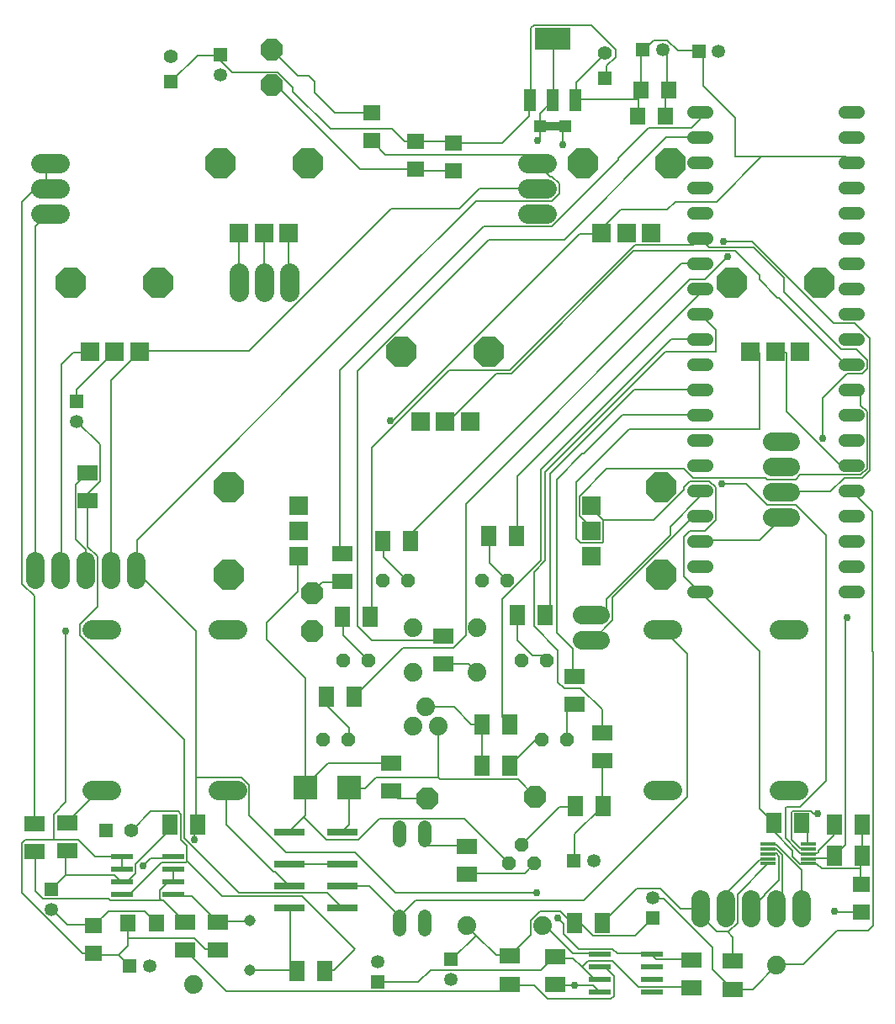
<source format=gbr>
G04 EAGLE Gerber X2 export*
%TF.Part,Single*%
%TF.FileFunction,Copper,L1,Top,Mixed*%
%TF.FilePolarity,Positive*%
%TF.GenerationSoftware,Autodesk,EAGLE,9.2.2*%
%TF.CreationDate,2019-06-08T20:53:07Z*%
G75*
%MOMM*%
%FSLAX34Y34*%
%LPD*%
%INTop Copper*%
%AMOC8*
5,1,8,0,0,1.08239X$1,22.5*%
G01*
%ADD10P,2.336880X8X202.500000*%
%ADD11R,1.350000X1.350000*%
%ADD12C,1.350000*%
%ADD13R,1.800000X1.600000*%
%ADD14R,1.600000X1.800000*%
%ADD15R,2.400000X2.400000*%
%ADD16C,1.408000*%
%ADD17R,1.408000X1.408000*%
%ADD18C,1.950000*%
%ADD19R,3.100000X0.800000*%
%ADD20P,2.336880X8X22.500000*%
%ADD21R,2.000000X1.600000*%
%ADD22R,1.600000X2.000000*%
%ADD23C,1.308000*%
%ADD24R,1.879600X1.879600*%
%ADD25P,3.247170X8X292.500000*%
%ADD26P,3.247170X8X22.500000*%
%ADD27P,3.247170X8X202.500000*%
%ADD28R,1.524000X0.330200*%
%ADD29R,1.270000X1.270000*%
%ADD30C,0.812800*%
%ADD31R,1.219200X2.235200*%
%ADD32R,3.600000X2.200000*%
%ADD33P,1.429621X8X202.500000*%
%ADD34C,1.879600*%
%ADD35C,1.955800*%
%ADD36C,1.879600*%
%ADD37R,2.200000X0.600000*%
%ADD38C,1.143000*%
%ADD39C,1.320800*%
%ADD40P,1.429621X8X22.500000*%
%ADD41C,0.152400*%
%ADD42C,0.756400*%
%ADD43C,0.203200*%


D10*
X267672Y964694D03*
X267672Y928475D03*
D11*
X697770Y962330D03*
D12*
X717770Y962330D03*
D13*
X412595Y872038D03*
X412595Y844038D03*
X450737Y870599D03*
X450737Y842599D03*
D14*
X636299Y897536D03*
X664299Y897536D03*
X639425Y923765D03*
X667425Y923765D03*
D11*
X641639Y964091D03*
D12*
X661639Y964091D03*
D11*
X216194Y959020D03*
D12*
X216194Y939020D03*
D13*
X861632Y96183D03*
X861632Y124183D03*
D15*
X302066Y221866D03*
X346066Y221866D03*
D16*
X603556Y960896D03*
D17*
X603556Y935496D03*
D16*
X166692Y957507D03*
D17*
X166692Y932107D03*
D18*
X106250Y218850D02*
X86750Y218850D01*
X86750Y381150D02*
X106250Y381150D01*
X213750Y218850D02*
X233250Y218850D01*
X233250Y381150D02*
X213750Y381150D01*
D19*
X285941Y176872D03*
X285941Y144872D03*
X285941Y122872D03*
X285941Y100872D03*
X338941Y176872D03*
X338941Y144872D03*
X338941Y122872D03*
X338941Y100872D03*
D10*
X308500Y379478D03*
D20*
X308500Y417580D03*
D18*
X778750Y381150D02*
X798250Y381150D01*
X798250Y218850D02*
X778750Y218850D01*
X671250Y381150D02*
X651750Y381150D01*
X651750Y218850D02*
X671250Y218850D01*
D21*
X440330Y346012D03*
X440330Y374012D03*
X572942Y333354D03*
X572942Y305354D03*
D22*
X543071Y395345D03*
X515071Y395345D03*
X514224Y474884D03*
X486224Y474884D03*
X408047Y470244D03*
X380047Y470244D03*
D21*
X387866Y218297D03*
X387866Y246297D03*
D22*
X507599Y243633D03*
X479599Y243633D03*
X479612Y285242D03*
X507612Y285242D03*
D21*
X600558Y248449D03*
X600558Y276449D03*
X339206Y429029D03*
X339206Y457029D03*
X82949Y510767D03*
X82949Y538767D03*
D22*
X862692Y184359D03*
X834692Y184359D03*
X862517Y153087D03*
X834517Y153087D03*
X773725Y186046D03*
X801725Y186046D03*
D13*
X368642Y900618D03*
X368642Y872618D03*
D23*
X692260Y901700D02*
X705340Y901700D01*
X705340Y876300D02*
X692260Y876300D01*
X692260Y850900D02*
X705340Y850900D01*
X705340Y825500D02*
X692260Y825500D01*
X692260Y800100D02*
X705340Y800100D01*
X705340Y774700D02*
X692260Y774700D01*
X692260Y749300D02*
X705340Y749300D01*
X705340Y723900D02*
X692260Y723900D01*
X692260Y698500D02*
X705340Y698500D01*
X705340Y673100D02*
X692260Y673100D01*
X692260Y647700D02*
X705340Y647700D01*
X705340Y622300D02*
X692260Y622300D01*
X692260Y596900D02*
X705340Y596900D01*
X705340Y571500D02*
X692260Y571500D01*
X692260Y546100D02*
X705340Y546100D01*
X705340Y520700D02*
X692260Y520700D01*
X692260Y495300D02*
X705340Y495300D01*
X705340Y469900D02*
X692260Y469900D01*
X692260Y444500D02*
X705340Y444500D01*
X705340Y419100D02*
X692260Y419100D01*
X844660Y901700D02*
X857740Y901700D01*
X857740Y876300D02*
X844660Y876300D01*
X844660Y850900D02*
X857740Y850900D01*
X857740Y825500D02*
X844660Y825500D01*
X844660Y800100D02*
X857740Y800100D01*
X857740Y774700D02*
X844660Y774700D01*
X844660Y749300D02*
X857740Y749300D01*
X857740Y723900D02*
X844660Y723900D01*
X844660Y698500D02*
X857740Y698500D01*
X857740Y673100D02*
X844660Y673100D01*
X844660Y647700D02*
X857740Y647700D01*
X857740Y622300D02*
X844660Y622300D01*
X844660Y596900D02*
X857740Y596900D01*
X857740Y571500D02*
X844660Y571500D01*
X844660Y546100D02*
X857740Y546100D01*
X857740Y520700D02*
X844660Y520700D01*
X844660Y495300D02*
X857740Y495300D01*
X857740Y469900D02*
X844660Y469900D01*
X844660Y444500D02*
X857740Y444500D01*
X857740Y419100D02*
X844660Y419100D01*
D24*
X750000Y660000D03*
X775000Y660000D03*
X800000Y660000D03*
D25*
X731000Y730000D03*
X819000Y730000D03*
D24*
X295000Y455000D03*
X295000Y480000D03*
X295000Y505000D03*
D26*
X225000Y436000D03*
X225000Y524000D03*
D24*
X600000Y780000D03*
X625000Y780000D03*
X650000Y780000D03*
D25*
X581000Y850000D03*
X669000Y850000D03*
D24*
X590000Y505000D03*
X590000Y480000D03*
X590000Y455000D03*
D27*
X660000Y524000D03*
X660000Y436000D03*
D24*
X417500Y590000D03*
X442500Y590000D03*
X467500Y590000D03*
D25*
X398500Y660000D03*
X486500Y660000D03*
D28*
X808423Y145206D03*
X808423Y150032D03*
X808423Y155112D03*
X808423Y160192D03*
X808423Y165018D03*
X767783Y165018D03*
X767783Y160192D03*
X767783Y155112D03*
X767783Y150032D03*
X767783Y145206D03*
D24*
X85000Y660000D03*
X110000Y660000D03*
X135000Y660000D03*
D25*
X66000Y730000D03*
X154000Y730000D03*
D29*
X537690Y887107D03*
X563090Y887107D03*
D30*
X537690Y887107D01*
D31*
X527613Y913320D03*
X550727Y913320D03*
X573841Y913320D03*
D32*
X550727Y975298D03*
D33*
X405200Y430000D03*
X379800Y430000D03*
X505200Y430000D03*
X479800Y430000D03*
X545200Y350000D03*
X519800Y350000D03*
X565200Y270000D03*
X539800Y270000D03*
D22*
X367462Y393482D03*
X339462Y393482D03*
X350787Y313218D03*
X322787Y313218D03*
D33*
X365200Y350000D03*
X339800Y350000D03*
X345200Y270000D03*
X319800Y270000D03*
D34*
X30000Y430602D02*
X30000Y449398D01*
X55400Y449398D02*
X55400Y430602D01*
X80800Y430602D02*
X80800Y449398D01*
X106200Y449398D02*
X106200Y430602D01*
X131600Y430602D02*
X131600Y449398D01*
D35*
X54887Y799030D02*
X35329Y799030D01*
X35329Y824430D02*
X54887Y824430D01*
X54887Y849830D02*
X35329Y849830D01*
X525329Y799030D02*
X544887Y799030D01*
X544887Y824430D02*
X525329Y824430D01*
X525329Y849830D02*
X544887Y849830D01*
X285908Y739891D02*
X285908Y720333D01*
X260508Y720333D02*
X260508Y739891D01*
X235108Y739891D02*
X235108Y720333D01*
D24*
X235000Y780000D03*
X260000Y780000D03*
X285000Y780000D03*
D25*
X216000Y850000D03*
X304000Y850000D03*
D36*
X475012Y382606D03*
X409988Y382606D03*
X475012Y337394D03*
X409988Y337394D03*
D22*
X193342Y184719D03*
X165342Y184719D03*
D21*
X62093Y185973D03*
X62093Y157973D03*
D11*
X46555Y119279D03*
D12*
X46555Y99279D03*
D16*
X126508Y178437D03*
D17*
X101108Y178437D03*
D11*
X125012Y42305D03*
D12*
X145012Y42305D03*
D13*
X88787Y54753D03*
X88787Y82753D03*
D14*
X123599Y85679D03*
X151599Y85679D03*
D37*
X116899Y139581D03*
X168899Y139581D03*
X116899Y152281D03*
X116899Y126881D03*
X116899Y114181D03*
X168899Y152281D03*
X168899Y126881D03*
X168899Y114181D03*
D38*
X245740Y37760D03*
X245740Y87760D03*
D21*
X213937Y86198D03*
X213937Y58198D03*
D22*
X293606Y36948D03*
X321606Y36948D03*
D11*
X651721Y90841D03*
D12*
X651721Y110841D03*
D22*
X600728Y85077D03*
X572728Y85077D03*
D21*
X180608Y58405D03*
X180608Y86405D03*
X29055Y185092D03*
X29055Y157092D03*
D34*
X700000Y109398D02*
X700000Y90602D01*
X725400Y90602D02*
X725400Y109398D01*
X750800Y109398D02*
X750800Y90602D01*
X776200Y90602D02*
X776200Y109398D01*
X801600Y109398D02*
X801600Y90602D01*
D20*
X424723Y211066D03*
X533127Y212693D03*
D36*
X410439Y283600D03*
X423139Y302650D03*
X435839Y283600D03*
D11*
X71819Y610452D03*
D12*
X71819Y590452D03*
D34*
X580602Y370000D02*
X599398Y370000D01*
X599398Y395400D02*
X580602Y395400D01*
X771413Y569697D02*
X790209Y569697D01*
X790209Y544297D02*
X771413Y544297D01*
X771413Y518897D02*
X790209Y518897D01*
X790209Y493497D02*
X771413Y493497D01*
D36*
X540898Y82827D03*
X464698Y82827D03*
X189670Y23816D03*
X776054Y42886D03*
D37*
X598542Y41123D03*
X650542Y41123D03*
X598542Y53823D03*
X598542Y28423D03*
X598542Y15723D03*
X650542Y53823D03*
X650542Y28423D03*
X650542Y15723D03*
D21*
X507701Y52015D03*
X507701Y24015D03*
X553287Y23315D03*
X553287Y51315D03*
X690208Y47832D03*
X690208Y19832D03*
X732300Y18962D03*
X732300Y46962D03*
D11*
X448144Y48737D03*
D12*
X448144Y28737D03*
D11*
X374718Y26105D03*
D12*
X374718Y46105D03*
D39*
X422061Y168381D02*
X422061Y181589D01*
X396661Y181589D02*
X396661Y168381D01*
X396661Y92181D02*
X396661Y78973D01*
X422061Y78973D02*
X422061Y92181D01*
D40*
X532371Y145545D03*
X519671Y164595D03*
X506971Y145545D03*
D22*
X573389Y203460D03*
X601389Y203460D03*
D21*
X464479Y162877D03*
X464479Y134877D03*
D11*
X572310Y148233D03*
D12*
X592310Y148233D03*
D41*
X167640Y150876D02*
X146304Y150876D01*
X138684Y143256D01*
X167640Y150876D02*
X168899Y152281D01*
X192024Y231648D02*
X192024Y379476D01*
X192024Y231648D02*
X192024Y185928D01*
X192024Y379476D02*
X132588Y438912D01*
X192024Y185928D02*
X193342Y184719D01*
X132588Y438912D02*
X131600Y440000D01*
X190500Y182880D02*
X190500Y169164D01*
X190500Y182880D02*
X192024Y184404D01*
X193342Y184719D01*
D42*
X138684Y143256D03*
X190500Y169164D03*
D41*
X131600Y440000D02*
X132588Y440988D01*
X368642Y872618D02*
X368531Y872730D01*
X351904Y156257D02*
X282655Y156257D01*
X245364Y193548D01*
X245364Y224028D01*
X237744Y231648D01*
X192024Y231648D01*
X690201Y50292D02*
X690208Y47832D01*
X688848Y48768D02*
X655320Y48768D01*
X650748Y53340D01*
X688848Y48768D02*
X690208Y47832D01*
X650748Y53340D02*
X650542Y53823D01*
X534924Y115824D02*
X534924Y115824D01*
X392337Y115824D01*
X351904Y156257D01*
D42*
X555640Y90742D03*
X534924Y115824D03*
D43*
X549990Y812111D02*
X557206Y819327D01*
X557206Y829533D01*
X549990Y836749D01*
X473783Y812111D02*
X381000Y719328D01*
X473783Y812111D02*
X549990Y812111D01*
X549990Y836749D02*
X548189Y836749D01*
X535108Y849830D01*
D41*
X381000Y719328D02*
X132588Y470916D01*
X132588Y440988D01*
D43*
X382663Y858597D02*
X368642Y872618D01*
X526341Y858597D02*
X535108Y849830D01*
X526341Y858597D02*
X382663Y858597D01*
X555640Y90742D02*
X562188Y84194D01*
X562188Y74025D01*
X576850Y59363D01*
D41*
X615696Y54864D02*
X649501Y54864D01*
X650542Y53823D01*
D43*
X615696Y54864D02*
X611197Y59363D01*
X576850Y59363D01*
D41*
X699516Y470916D02*
X758952Y470916D01*
X780288Y492252D01*
X699516Y470916D02*
X698800Y469900D01*
X780288Y492252D02*
X780811Y493497D01*
X538560Y450168D02*
X499872Y411480D01*
X670223Y673100D02*
X698800Y673100D01*
X538560Y541436D02*
X538560Y450168D01*
X538560Y541436D02*
X670223Y673100D01*
X499872Y411480D02*
X499872Y292982D01*
X507612Y285242D01*
X556074Y359850D02*
X531876Y384048D01*
X531876Y438912D01*
X543113Y450149D01*
X543113Y539058D01*
X663998Y659943D01*
X714756Y659943D01*
X556074Y335280D02*
X556074Y335161D01*
X556074Y335280D02*
X556074Y359850D01*
X714756Y659943D02*
X714756Y682544D01*
X698800Y698500D01*
X600456Y300228D02*
X600456Y277368D01*
X600456Y300228D02*
X579120Y321564D01*
X562356Y321564D01*
X556260Y327660D01*
X556260Y335280D01*
X600456Y277368D02*
X600558Y276449D01*
X556260Y335280D02*
X556074Y335280D01*
X466344Y345948D02*
X440436Y345948D01*
X466344Y345948D02*
X473964Y338328D01*
X440436Y345948D02*
X440330Y346012D01*
X473964Y338328D02*
X475012Y337394D01*
X338328Y428244D02*
X318516Y428244D01*
X309372Y419100D01*
X338328Y428244D02*
X339206Y429029D01*
X309372Y419100D02*
X308500Y417580D01*
X286512Y38100D02*
X246888Y38100D01*
X286512Y38100D02*
X292608Y38100D01*
X293606Y36948D01*
X246888Y38100D02*
X245740Y37760D01*
X286512Y38100D02*
X286512Y100584D01*
X285941Y100872D01*
X286512Y38100D02*
X293606Y36948D01*
X234696Y115824D02*
X179832Y170688D01*
X179832Y269748D01*
X82949Y463773D02*
X82949Y510767D01*
X82949Y463773D02*
X92484Y454238D01*
X92484Y403906D01*
X74714Y386136D01*
X74714Y374866D01*
X179832Y269748D01*
X82949Y510767D02*
X82949Y517534D01*
X95235Y529820D01*
X95235Y567036D01*
X71819Y590452D01*
X234696Y115824D02*
X323989Y115824D01*
X338941Y100872D01*
X395097Y211066D02*
X424723Y211066D01*
X395097Y211066D02*
X387866Y218297D01*
X345948Y220980D02*
X345948Y184404D01*
X339852Y178308D01*
X345948Y220980D02*
X346066Y221866D01*
X339852Y178308D02*
X338941Y176872D01*
X363087Y221866D02*
X372849Y231628D01*
X435839Y231628D01*
X531403Y212693D02*
X533127Y212693D01*
X435839Y231628D02*
X435839Y283600D01*
D43*
X363087Y221866D02*
X362201Y220980D01*
X345948Y220980D01*
D41*
X435839Y231628D02*
X435884Y231628D01*
X437388Y230124D01*
X515696Y230124D01*
X533127Y212693D01*
X480060Y243840D02*
X480060Y284988D01*
X480060Y243840D02*
X479599Y243633D01*
X480060Y284988D02*
X479612Y285242D01*
X468818Y285242D01*
X451409Y302650D02*
X423139Y302650D01*
X451409Y302650D02*
X468818Y285242D01*
X284988Y123444D02*
X271272Y137160D01*
X269748Y137160D01*
X222504Y184404D01*
X222504Y217932D01*
X284988Y123444D02*
X285941Y122872D01*
X222504Y217932D02*
X223500Y218850D01*
X338941Y122872D02*
X339852Y121920D01*
D43*
X338941Y122872D02*
X365969Y122872D01*
X396661Y92181D01*
X413091Y108610D01*
X582419Y108610D02*
X686026Y212218D01*
X582419Y108610D02*
X413091Y108610D01*
X686026Y212218D02*
X686026Y356624D01*
X661500Y381150D01*
D41*
X330708Y38100D02*
X323088Y38100D01*
X330708Y38100D02*
X352044Y59436D01*
X323088Y38100D02*
X321606Y36948D01*
X413004Y842772D02*
X412595Y844038D01*
X449580Y842772D02*
X450737Y842599D01*
X88392Y83820D02*
X62484Y83820D01*
X47244Y99060D01*
X88392Y83820D02*
X88787Y82753D01*
X47244Y99060D02*
X46555Y99279D01*
X62484Y187452D02*
X94488Y219456D01*
X62484Y187452D02*
X62093Y185973D01*
X94488Y219456D02*
X96500Y218850D01*
X117348Y114300D02*
X124968Y114300D01*
X156972Y146304D01*
X181356Y146304D01*
X182880Y147828D01*
X182880Y163068D01*
X176784Y169164D01*
X176784Y195072D01*
X173736Y198120D01*
X146304Y198120D01*
X128016Y179832D01*
X117348Y114300D02*
X116899Y114181D01*
X126508Y178437D02*
X128016Y179832D01*
X298704Y112776D02*
X352044Y59436D01*
X298704Y112776D02*
X217932Y112776D01*
X182880Y147828D01*
X835064Y96183D02*
X861632Y96183D01*
X835064Y96183D02*
X834215Y97033D01*
D42*
X834215Y97033D03*
D41*
X700000Y99577D02*
X700000Y92984D01*
X700000Y99577D02*
X700000Y100000D01*
X728032Y76710D02*
X737084Y85762D01*
X728032Y76710D02*
X726693Y76710D01*
X716274Y76710D01*
X700000Y92984D01*
X737084Y114507D02*
X767783Y145206D01*
X737084Y114507D02*
X737084Y85762D01*
X551688Y914400D02*
X551688Y973836D01*
X550727Y975298D01*
X537690Y887107D02*
X537690Y874406D01*
X535845Y872562D01*
D42*
X535845Y872562D03*
D41*
X537690Y900283D02*
X550727Y913320D01*
X537690Y900283D02*
X537690Y887107D01*
X537690Y886746D01*
X450909Y842772D02*
X450737Y842599D01*
X80800Y461611D02*
X80800Y440000D01*
X70663Y471748D02*
X70663Y526481D01*
X70663Y471748D02*
X80800Y461611D01*
X70663Y526481D02*
X82949Y538767D01*
D43*
X550727Y913320D02*
X551688Y914281D01*
X551688Y914400D01*
D41*
X573024Y22860D02*
X591312Y22860D01*
X573024Y22860D02*
X554736Y22860D01*
X591312Y22860D02*
X597408Y16764D01*
X554736Y22860D02*
X553287Y23315D01*
X597408Y16764D02*
X598542Y15723D01*
D42*
X573024Y22860D03*
D41*
X272437Y928475D02*
X267672Y928475D01*
X272437Y928475D02*
X356874Y844038D01*
X412595Y844038D01*
D43*
X413861Y842772D01*
X449580Y842772D01*
X732300Y71103D02*
X732300Y46962D01*
X732300Y71103D02*
X726693Y76710D01*
X700000Y99577D02*
X679469Y99577D01*
X658914Y120131D01*
X635783Y120131D01*
X600728Y85077D01*
D41*
X88849Y82753D02*
X88787Y82753D01*
X88849Y82753D02*
X103632Y97536D01*
X139742Y97536D01*
X151599Y85679D01*
X664464Y897636D02*
X664464Y922020D01*
X665988Y923544D01*
X664464Y897636D02*
X664299Y897536D01*
X665988Y923544D02*
X667425Y923765D01*
X665988Y925068D02*
X665988Y960120D01*
X662940Y963168D01*
X665988Y925068D02*
X667425Y923765D01*
X662940Y963168D02*
X661639Y964091D01*
X563090Y887107D02*
X560842Y884860D01*
X560842Y868664D01*
D42*
X560842Y868664D03*
D41*
X539800Y270000D02*
X533966Y270000D01*
X507599Y243633D01*
D42*
X817347Y195489D03*
D41*
X792778Y198332D02*
X791439Y196993D01*
X807534Y161081D02*
X808423Y160192D01*
X807534Y161081D02*
X799856Y161081D01*
X792778Y198332D02*
X810672Y198332D01*
X813515Y195489D01*
X817347Y195489D01*
X791439Y169498D02*
X799856Y161081D01*
X791439Y169498D02*
X791439Y196993D01*
X268224Y964692D02*
X267672Y964694D01*
D43*
X331748Y900618D02*
X368642Y900618D01*
X311516Y931966D02*
X305040Y938442D01*
X293924Y938442D02*
X267672Y964694D01*
X311516Y920850D02*
X331748Y900618D01*
X305040Y938442D02*
X293924Y938442D01*
X311516Y931966D02*
X311516Y920850D01*
D41*
X800100Y144780D02*
X807720Y144780D01*
X800100Y144780D02*
X792480Y152400D01*
X792480Y158496D01*
X774192Y176784D01*
X774192Y185928D01*
X807720Y144780D02*
X808423Y145206D01*
X774192Y185928D02*
X773725Y186046D01*
X809244Y144780D02*
X816864Y144780D01*
X809244Y144780D02*
X808423Y145206D01*
X758952Y582168D02*
X758952Y659892D01*
X750000Y660000D01*
X618967Y803148D02*
X600000Y784181D01*
X600000Y780000D01*
X618967Y803148D02*
X665988Y803148D01*
X674206Y811366D01*
X715862Y811366D01*
X760984Y856488D01*
X301752Y220980D02*
X301752Y193548D01*
X300228Y192024D02*
X286512Y178308D01*
X300228Y192024D02*
X301752Y193548D01*
X301752Y220980D02*
X302066Y221866D01*
X286512Y178308D02*
X285941Y176872D01*
X301752Y223215D02*
X301752Y331911D01*
X301752Y223215D02*
X301752Y222504D01*
X262952Y387920D02*
X294132Y419100D01*
X262952Y387920D02*
X262952Y370711D01*
X301752Y331911D01*
X301752Y222504D02*
X302066Y221866D01*
X577596Y778764D02*
X603504Y778764D01*
X600000Y780000D01*
X861060Y152400D02*
X861060Y140208D01*
X861060Y124192D01*
X861632Y124183D01*
X861060Y152400D02*
X862517Y153087D01*
X862584Y153924D02*
X862584Y182880D01*
X862692Y184359D01*
X862584Y153924D02*
X862517Y153087D01*
X861060Y140208D02*
X821436Y140208D01*
X816864Y144780D01*
X574548Y914400D02*
X574548Y931164D01*
X603504Y960120D01*
X603556Y960896D01*
X637032Y922020D02*
X637032Y914400D01*
X637032Y897636D01*
X637032Y922020D02*
X638556Y923544D01*
X637032Y897636D02*
X636299Y897536D01*
X638556Y923544D02*
X639425Y923765D01*
X676656Y963168D02*
X697678Y963168D01*
X676656Y963168D02*
X665988Y973836D01*
X652272Y973836D01*
X643128Y964692D01*
X697678Y963168D02*
X697770Y962330D01*
X643128Y964692D02*
X641639Y964091D01*
X640080Y961644D02*
X640080Y925068D01*
X640080Y961644D02*
X641604Y963168D01*
X640080Y925068D02*
X639425Y923765D01*
X641604Y963168D02*
X641639Y964091D01*
X637032Y914400D02*
X574548Y914400D01*
X573841Y913320D01*
X702564Y928116D02*
X702564Y962111D01*
X702564Y928116D02*
X734568Y896112D01*
X734568Y856488D01*
X702564Y962111D02*
X697770Y962330D01*
X734568Y856488D02*
X760984Y856488D01*
X387866Y246297D02*
X324833Y246297D01*
X301752Y223215D01*
X627888Y582168D02*
X758952Y582168D01*
X627888Y582168D02*
X574548Y528828D01*
X591312Y504444D02*
X591312Y501396D01*
X601980Y490728D01*
X601980Y469392D01*
X600456Y467868D01*
X579120Y467868D01*
X574548Y472440D01*
X574548Y528828D01*
X590000Y505000D02*
X591312Y504444D01*
X601980Y490728D02*
X652272Y490728D01*
X682752Y521208D01*
X682752Y524256D01*
X688848Y530352D01*
X708660Y530352D01*
X714756Y524256D01*
X714756Y490728D01*
X704088Y480060D01*
X688848Y480060D01*
X682752Y473964D01*
X682752Y434340D01*
X697992Y419100D01*
X294132Y419100D02*
X294132Y454152D01*
X295000Y455000D01*
X390144Y591312D02*
X577596Y778764D01*
X390144Y591312D02*
X387096Y591312D01*
D42*
X387096Y591312D03*
D41*
X845612Y856488D02*
X851200Y850900D01*
X845612Y856488D02*
X760984Y856488D01*
D43*
X698800Y419100D02*
X697992Y419100D01*
D41*
X376428Y190500D02*
X355092Y169164D01*
X323088Y169164D01*
X300228Y192024D01*
X376428Y190500D02*
X462016Y190500D01*
X506971Y145545D01*
X773725Y186046D02*
X773725Y186395D01*
X759149Y200971D01*
X759149Y358751D01*
X698800Y419100D01*
X767783Y165018D02*
X768209Y164592D01*
X801600Y138969D02*
X801600Y100000D01*
X775977Y164592D02*
X768209Y164592D01*
X775977Y164592D02*
X801600Y138969D01*
X781812Y153924D02*
X775716Y160020D01*
X776200Y108447D02*
X776200Y100000D01*
X776200Y108447D02*
X781812Y114059D01*
X781812Y153924D01*
X775716Y160020D02*
X767955Y160020D01*
X767783Y160192D01*
X768096Y155448D02*
X775716Y155448D01*
X778764Y152400D01*
X778764Y128486D01*
X767783Y155112D02*
X768096Y155448D01*
X778764Y128486D02*
X764516Y114238D01*
X764516Y113716D01*
X750800Y100000D01*
X724984Y100416D02*
X724984Y114911D01*
X724984Y100416D02*
X725400Y100000D01*
X767103Y149352D02*
X767783Y150032D01*
X767103Y149352D02*
X759425Y149352D01*
X724984Y114911D01*
X833628Y173736D02*
X833628Y182880D01*
X833628Y173736D02*
X818388Y158496D01*
X818388Y156972D01*
X816864Y155448D01*
X809244Y155448D01*
X833628Y182880D02*
X834692Y184359D01*
X809244Y155448D02*
X808423Y155112D01*
X808087Y155448D02*
X800100Y155448D01*
X808087Y155448D02*
X808423Y155112D01*
X745236Y527304D02*
X720852Y527304D01*
X745236Y527304D02*
X766572Y505968D01*
X795528Y505968D01*
X825707Y475789D01*
X825707Y228299D01*
X800100Y202692D01*
X786384Y202692D01*
D42*
X720852Y527304D03*
D43*
X786384Y202692D02*
X785401Y201709D01*
X796641Y158907D02*
X800100Y155448D01*
X796641Y158907D02*
X796641Y159315D01*
X785401Y170555D01*
X785401Y201709D01*
D41*
X809244Y150876D02*
X808423Y150032D01*
X809244Y150876D02*
X832104Y150876D01*
X833628Y152400D01*
X834517Y153087D02*
X845820Y164390D01*
D43*
X834517Y153087D02*
X833830Y152400D01*
X833628Y152400D01*
D41*
X845817Y392243D02*
X846743Y393169D01*
X845817Y392243D02*
X845817Y204585D01*
X845820Y204582D01*
X845820Y164390D01*
D42*
X846743Y393169D03*
D41*
X698800Y495300D02*
X693420Y495300D01*
X611124Y413004D01*
X611124Y390144D01*
X591312Y370332D01*
X590000Y370000D01*
X591312Y396240D02*
X605028Y396240D01*
X591312Y396240D02*
X590000Y395400D01*
X697992Y513588D02*
X697992Y519684D01*
X697992Y513588D02*
X669036Y484632D01*
X669036Y475488D01*
X605028Y411480D01*
X605028Y396240D01*
X697992Y519684D02*
X698800Y520700D01*
X605028Y396240D02*
X590000Y395400D01*
X786384Y600456D02*
X786384Y659892D01*
X775000Y660000D01*
X839724Y547116D02*
X861060Y547116D01*
X839724Y547116D02*
X786384Y600456D01*
X851200Y546100D02*
X861060Y547116D01*
X861060Y606552D02*
X861060Y623316D01*
X861060Y606552D02*
X867156Y600456D01*
X867156Y542544D01*
X861060Y536448D01*
X800100Y536448D01*
X795528Y531876D01*
X851200Y622300D02*
X861060Y623316D01*
X589788Y483108D02*
X589788Y480060D01*
X589788Y483108D02*
X577596Y495300D01*
X577596Y515112D01*
X605028Y542544D01*
X682752Y542544D01*
X691896Y533400D01*
X765048Y533400D01*
X766572Y531876D01*
X795528Y531876D01*
X590000Y480000D02*
X589788Y480060D01*
X777240Y714756D02*
X778764Y714756D01*
X777240Y714756D02*
X758952Y733044D01*
X758952Y737616D01*
X734568Y762000D01*
X632460Y762000D01*
X509016Y638556D01*
X845820Y647700D02*
X851200Y647700D01*
X845820Y647700D02*
X778764Y714756D01*
X446532Y591312D02*
X443484Y591312D01*
X446532Y591312D02*
X493776Y638556D01*
X509016Y638556D01*
X443484Y591312D02*
X442500Y590000D01*
X698800Y895322D02*
X698800Y901700D01*
X698800Y895322D02*
X699525Y894597D01*
X336804Y641604D02*
X336804Y460248D01*
X336804Y641604D02*
X481584Y786384D01*
X550164Y786384D01*
X617220Y853440D01*
X617220Y854964D01*
X647700Y885444D01*
X690372Y885444D01*
X699525Y894597D01*
X338328Y458724D02*
X338328Y457200D01*
X338328Y458724D02*
X336804Y460248D01*
X338328Y457200D02*
X339206Y457029D01*
X436650Y370332D02*
X440330Y374012D01*
X436650Y370332D02*
X368808Y370332D01*
X354717Y384423D01*
X354717Y641229D01*
X486615Y773127D02*
X562232Y773127D01*
X665406Y876300D02*
X698800Y876300D01*
X486615Y773127D02*
X354717Y641229D01*
X562232Y773127D02*
X665406Y876300D01*
X872541Y358851D02*
X873719Y357673D01*
X873719Y83131D01*
X868496Y77908D01*
X872541Y499359D02*
X851200Y520700D01*
X872541Y499359D02*
X872541Y358851D01*
X775716Y44196D02*
X776054Y42886D01*
X777240Y44196D02*
X803148Y44196D01*
X836676Y77724D01*
X777240Y44196D02*
X776787Y43695D01*
X776054Y42886D01*
D43*
X752054Y18962D02*
X732300Y18962D01*
X752054Y18962D02*
X776787Y43695D01*
X732300Y18962D02*
X712016Y39247D01*
X836676Y77724D02*
X868312Y77724D01*
X868496Y77908D01*
D41*
X662940Y109728D02*
X652834Y109728D01*
X651721Y110841D01*
D43*
X712016Y60653D02*
X712016Y39247D01*
X712016Y60653D02*
X662940Y109728D01*
D41*
X807720Y166116D02*
X807720Y181356D01*
X803148Y185928D01*
X807720Y166116D02*
X808423Y165018D01*
X803148Y185928D02*
X801725Y186046D01*
X338328Y144780D02*
X286512Y144780D01*
X285941Y144872D01*
X338328Y144780D02*
X338941Y144872D01*
X515112Y475488D02*
X515112Y534924D01*
X515112Y475488D02*
X514224Y474884D01*
X697992Y717804D02*
X697992Y723900D01*
X697992Y717804D02*
X515112Y534924D01*
X697992Y723900D02*
X698800Y723900D01*
X698800Y749300D02*
X680527Y749300D01*
X408047Y476821D01*
X408047Y470244D01*
X781812Y519684D02*
X830580Y519684D01*
X844296Y533400D01*
X862584Y533400D01*
X870204Y541020D01*
X870204Y673608D01*
X854964Y688848D01*
X833628Y688848D01*
X751332Y771144D01*
X722376Y771144D01*
X781812Y519684D02*
X780811Y518897D01*
D42*
X722376Y771144D03*
D41*
X381000Y469392D02*
X381000Y454152D01*
X403860Y431292D01*
X381000Y469392D02*
X380047Y470244D01*
X403860Y431292D02*
X405200Y430000D01*
X487680Y448056D02*
X487680Y473964D01*
X487680Y448056D02*
X504444Y431292D01*
X487680Y473964D02*
X486224Y474884D01*
X504444Y431292D02*
X505200Y430000D01*
X515112Y394716D02*
X515112Y370332D01*
X530626Y354818D01*
X515112Y394716D02*
X515071Y395345D01*
X540902Y354298D02*
X545200Y350000D01*
X540902Y354298D02*
X530626Y354818D01*
X565200Y307583D02*
X572942Y305354D01*
X565200Y307583D02*
X565200Y270000D01*
X507492Y641604D02*
X633984Y768096D01*
X446532Y641604D02*
X368808Y563880D01*
X446532Y641604D02*
X507492Y641604D01*
X368808Y563880D02*
X368808Y394828D01*
X367462Y393482D01*
X692196Y768096D02*
X698800Y774700D01*
X692196Y768096D02*
X633984Y768096D01*
X822960Y614172D02*
X822960Y573024D01*
X822960Y614172D02*
X847344Y638556D01*
X862584Y638556D01*
X867156Y643128D01*
X867156Y652272D01*
X856488Y662940D01*
X841248Y662940D01*
X783336Y720852D01*
X783336Y734568D01*
X752856Y765048D01*
X708660Y765048D01*
X699516Y774192D01*
X698800Y774700D01*
D42*
X822960Y573024D03*
D41*
X463296Y374904D02*
X451104Y362712D01*
X463296Y374904D02*
X463296Y507492D01*
D42*
X726948Y755904D03*
D41*
X688848Y733044D02*
X463296Y507492D01*
X400281Y362712D02*
X350787Y313218D01*
X400281Y362712D02*
X451104Y362712D01*
X688848Y733044D02*
X704088Y733044D01*
X726948Y755904D01*
X339852Y393192D02*
X339852Y374904D01*
X364236Y350520D01*
X339852Y393192D02*
X339462Y393482D01*
X364236Y350520D02*
X365200Y350000D01*
X323088Y312420D02*
X323088Y304800D01*
X345948Y281940D01*
X323088Y312420D02*
X322787Y313218D01*
X345948Y281940D02*
X345200Y270000D01*
X56388Y440436D02*
X56388Y647700D01*
X68580Y659892D01*
X56388Y440436D02*
X55400Y440000D01*
X68580Y659892D02*
X85000Y660000D01*
X60960Y156972D02*
X60960Y134112D01*
X47244Y120396D01*
X60960Y156972D02*
X62093Y157973D01*
X47244Y120396D02*
X46555Y119279D01*
X164592Y178308D02*
X164592Y184404D01*
X164592Y178308D02*
X131064Y144780D01*
X131064Y135636D01*
X123444Y128016D01*
X117348Y128016D01*
X164592Y184404D02*
X165342Y184719D01*
X117348Y128016D02*
X116899Y126881D01*
X109728Y134112D02*
X60960Y134112D01*
X109728Y134112D02*
X115824Y128016D01*
X116899Y126881D01*
X117348Y140208D02*
X117348Y150876D01*
X117348Y140208D02*
X116899Y139581D01*
X117348Y150876D02*
X116899Y152281D01*
X114300Y53340D02*
X124968Y42672D01*
X125012Y42305D01*
X123444Y62484D02*
X123444Y70104D01*
X123444Y85344D01*
X123444Y62484D02*
X114300Y53340D01*
X123444Y85344D02*
X123599Y85679D01*
X201168Y59436D02*
X213360Y59436D01*
X201168Y59436D02*
X190500Y70104D01*
X123444Y70104D01*
X213360Y59436D02*
X213937Y58198D01*
X115824Y152400D02*
X89916Y152400D01*
X73152Y169164D01*
X48768Y169164D02*
X19812Y169164D01*
X48768Y169164D02*
X73152Y169164D01*
X19812Y169164D02*
X16764Y166116D01*
X16764Y115824D01*
X77724Y54864D01*
X88392Y54864D01*
X115824Y152400D02*
X116899Y152281D01*
X88787Y54753D02*
X88392Y54864D01*
X60960Y207264D02*
X60960Y379476D01*
X60960Y207264D02*
X48768Y195072D01*
X48768Y169164D01*
D42*
X60960Y379476D03*
D41*
X106200Y440000D02*
X106680Y440480D01*
X388620Y804672D02*
X457200Y804672D01*
X388620Y804672D02*
X245364Y661416D01*
X135636Y661416D01*
X135000Y660000D01*
D43*
X106680Y510540D02*
X106680Y440480D01*
X457200Y804672D02*
X476958Y824430D01*
X535108Y824430D01*
D41*
X106680Y631680D02*
X106680Y510540D01*
X106680Y631680D02*
X135000Y660000D01*
X114300Y53340D02*
X90201Y53340D01*
X88787Y54753D01*
X158496Y108204D02*
X179832Y86868D01*
X158496Y108204D02*
X156972Y108204D01*
X155448Y109728D01*
X155448Y118872D01*
X163068Y126492D01*
X167640Y126492D01*
X179832Y86868D02*
X180608Y86405D01*
X167640Y126492D02*
X168899Y126881D01*
X30480Y117348D02*
X30480Y156972D01*
X30480Y117348D02*
X38100Y109728D01*
X103632Y109728D01*
X105156Y108204D01*
X156972Y108204D01*
X30480Y156972D02*
X29055Y157092D01*
X169164Y138684D02*
X169164Y128016D01*
X169164Y138684D02*
X168899Y139581D01*
X169164Y128016D02*
X168899Y126881D01*
X214884Y86868D02*
X245364Y86868D01*
X214884Y86868D02*
X213937Y86198D01*
X245364Y86868D02*
X245740Y87760D01*
X187452Y112776D02*
X169164Y112776D01*
X187452Y112776D02*
X213360Y86868D01*
X169164Y112776D02*
X168899Y114181D01*
X213360Y86868D02*
X213937Y86198D01*
X30480Y440436D02*
X30480Y786384D01*
X39624Y795528D01*
X30480Y440436D02*
X30000Y440000D01*
X39624Y795528D02*
X45108Y799030D01*
X285000Y731020D02*
X285908Y730112D01*
X285000Y731020D02*
X285000Y780000D01*
X260000Y730620D02*
X260508Y730112D01*
X260000Y730620D02*
X260000Y780000D01*
X235000Y730220D02*
X235108Y730112D01*
X235000Y730220D02*
X235000Y780000D01*
X16764Y811000D02*
X16764Y426720D01*
X30194Y824430D02*
X45108Y824430D01*
X30194Y824430D02*
X16764Y811000D01*
X41148Y822960D02*
X41148Y845820D01*
X45108Y849830D01*
X45108Y824430D02*
X41148Y822960D01*
X16764Y426720D02*
X29055Y414429D01*
X29055Y185092D01*
X580644Y557784D02*
X582168Y557784D01*
X571500Y361188D02*
X571500Y333756D01*
X571500Y361188D02*
X554736Y377952D01*
X571500Y333756D02*
X572942Y333354D01*
X554736Y377952D02*
X554736Y531876D01*
X580644Y557784D01*
X582168Y557784D02*
X621284Y596900D01*
X698800Y596900D01*
X548571Y400845D02*
X543071Y395345D01*
X548571Y400845D02*
X548571Y537582D01*
X633288Y622300D01*
X698800Y622300D01*
X71819Y621819D02*
X71819Y610452D01*
X71819Y621819D02*
X110000Y660000D01*
X527304Y897636D02*
X527304Y912876D01*
X527613Y913320D01*
X605028Y935736D02*
X605028Y947928D01*
X614172Y957072D01*
X614172Y964692D01*
X589788Y989076D01*
X531876Y989076D01*
X528828Y986028D01*
X528828Y914400D01*
X603556Y935496D02*
X605028Y935736D01*
X528828Y914400D02*
X527613Y913320D01*
X193548Y958596D02*
X167640Y932688D01*
X166692Y932107D01*
X193548Y958596D02*
X213360Y958596D01*
X213360Y957072D01*
X228600Y941832D01*
X274320Y941832D01*
X289560Y926592D01*
X289560Y922020D01*
D43*
X412595Y872038D02*
X449298Y872038D01*
X450737Y870599D01*
X500267Y870599D01*
X527304Y897636D01*
X412595Y872038D02*
X401759Y872038D01*
X389463Y884333D01*
X327247Y884333D01*
X289560Y922020D01*
X216194Y959020D02*
X213784Y959020D01*
X213360Y958596D01*
D41*
X597736Y42672D02*
X598542Y41123D01*
X531876Y22860D02*
X509016Y22860D01*
X531876Y22860D02*
X545592Y9144D01*
X609600Y9144D01*
X612648Y12192D01*
X612648Y32004D01*
X605028Y39624D01*
X598932Y39624D01*
X509016Y22860D02*
X507701Y24015D01*
X598542Y41123D02*
X598932Y39624D01*
X507701Y24015D02*
X500449Y16764D01*
X222249Y16764D01*
X180608Y58405D01*
X571500Y54864D02*
X597408Y54864D01*
X571500Y54864D02*
X544068Y82296D01*
X541020Y82296D01*
X597408Y54864D02*
X598542Y53823D01*
X541020Y82296D02*
X540898Y82827D01*
X552330Y51816D02*
X553287Y51315D01*
X544068Y50292D02*
X544068Y45720D01*
X690154Y21336D02*
X690208Y19832D01*
X690372Y21336D01*
X553212Y50292D02*
X544068Y50292D01*
X553212Y50292D02*
X553287Y51315D01*
X554736Y50292D02*
X571500Y50292D01*
X580644Y41148D02*
X592836Y28956D01*
X580644Y41148D02*
X571500Y50292D01*
X592836Y28956D02*
X597408Y28956D01*
X554736Y50292D02*
X553287Y51315D01*
X597408Y28956D02*
X598542Y28423D01*
X552074Y51181D02*
X544068Y50292D01*
X552074Y51181D02*
X553287Y51315D01*
X611124Y47244D02*
X637032Y21336D01*
X611124Y47244D02*
X586740Y47244D01*
X580644Y41148D01*
D43*
X415727Y26105D02*
X374718Y26105D01*
X427649Y38027D02*
X538920Y38027D01*
X427649Y38027D02*
X415727Y26105D01*
X538920Y38027D02*
X552074Y51181D01*
D41*
X637032Y21336D02*
X688704Y21336D01*
X690208Y19832D01*
X507701Y52015D02*
X507492Y52930D01*
X646176Y85344D02*
X650748Y89916D01*
X651721Y90841D01*
X507492Y53340D02*
X493776Y53340D01*
X473964Y73152D02*
X464820Y82296D01*
X473964Y73152D02*
X493776Y53340D01*
X507492Y53340D02*
X507701Y52015D01*
X464820Y82296D02*
X464698Y82827D01*
X473964Y73152D02*
X449580Y48768D01*
X448144Y48737D01*
X507701Y52015D02*
X509016Y53340D01*
D43*
X572728Y85077D02*
X579136Y85077D01*
X591676Y72537D01*
X633417Y72537D01*
X651721Y90841D01*
X572728Y85077D02*
X570245Y85077D01*
X528960Y73274D02*
X507701Y52015D01*
X558258Y97064D02*
X570245Y85077D01*
X528960Y87772D02*
X528960Y73274D01*
X538252Y97064D02*
X558258Y97064D01*
X538252Y97064D02*
X528960Y87772D01*
D41*
X600456Y204216D02*
X600456Y248412D01*
X600558Y248449D01*
X600456Y204216D02*
X601389Y203460D01*
X573024Y175260D02*
X573024Y149352D01*
X573024Y175260D02*
X600456Y202692D01*
X573024Y149352D02*
X572310Y148233D01*
X600456Y202692D02*
X601389Y203460D01*
X465238Y135636D02*
X464479Y134877D01*
X522463Y135636D02*
X532371Y145545D01*
X522463Y135636D02*
X465238Y135636D01*
X463296Y163068D02*
X426720Y163068D01*
X422148Y167640D01*
X463296Y163068D02*
X464479Y162877D01*
X422148Y167640D02*
X422061Y168381D01*
X572621Y202692D02*
X573389Y203460D01*
X557769Y202692D02*
X519671Y164595D01*
X557769Y202692D02*
X572621Y202692D01*
M02*

</source>
